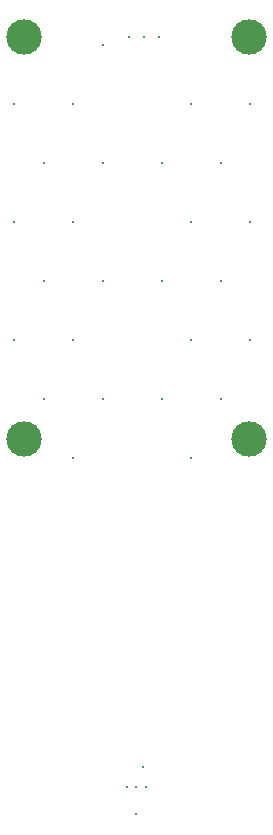
<source format=gbr>
%TF.GenerationSoftware,Altium Limited,Altium Designer,23.3.1 (30)*%
G04 Layer_Color=0*
%FSLAX26Y26*%
%MOIN*%
%TF.SameCoordinates,8EB50123-24BD-4293-BAC2-458A60E0733E*%
%TF.FilePolarity,Positive*%
%TF.FileFunction,Plated,1,4,PTH,Drill*%
%TF.Part,Single*%
G01*
G75*
%TA.AperFunction,OtherDrill,Pad Free-2 (374.016mil,1220.472mil)*%
%ADD31C,0.118110*%
%TA.AperFunction,OtherDrill,Pad Free-2 (-374.016mil,1220.472mil)*%
%ADD32C,0.118110*%
%TA.AperFunction,OtherDrill,Pad Free-2 (374.016mil,2559.055mil)*%
%ADD33C,0.118110*%
%TA.AperFunction,OtherDrill,Pad Free-2 (-374.016mil,2559.055mil)*%
%ADD34C,0.118110*%
%TA.AperFunction,ViaDrill,NotFilled*%
%ADD35C,0.007874*%
D31*
X374016Y1220472D02*
D03*
D32*
X-374016D02*
D03*
D33*
X374016Y2559055D02*
D03*
D34*
X-374016D02*
D03*
D35*
X31496Y59055D02*
D03*
X0D02*
D03*
X20433Y125984D02*
D03*
X-112716Y1746260D02*
D03*
Y2139961D02*
D03*
X379410Y1943110D02*
D03*
X182559Y2336811D02*
D03*
X-309567Y1352559D02*
D03*
X-407992Y2336811D02*
D03*
X-211142D02*
D03*
X-407992Y1549410D02*
D03*
X-309567Y1746260D02*
D03*
Y2139961D02*
D03*
X-211142Y1549410D02*
D03*
X-407992Y1943110D02*
D03*
X-112716Y2533662D02*
D03*
X84134Y1746260D02*
D03*
X-211142Y1155709D02*
D03*
Y1943110D02*
D03*
X379410Y2336811D02*
D03*
X84134Y1352559D02*
D03*
X280984Y1746260D02*
D03*
X182559Y1155709D02*
D03*
Y1549410D02*
D03*
Y1943110D02*
D03*
X84134Y2139961D02*
D03*
X-112716Y1352559D02*
D03*
X280984D02*
D03*
Y2139961D02*
D03*
X379410Y1549410D02*
D03*
X73819Y2559055D02*
D03*
X24606D02*
D03*
X-24606D02*
D03*
X-31496Y59055D02*
D03*
X0Y-29528D02*
D03*
%TF.MD5,96fcb3bbf60af55400f3c1be2fdf3321*%
M02*

</source>
